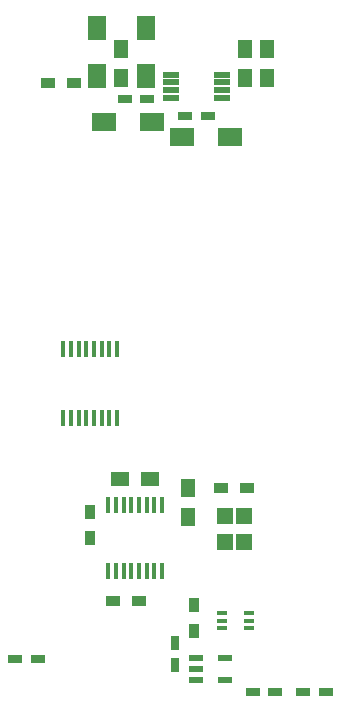
<source format=gtp>
G04 #@! TF.GenerationSoftware,KiCad,Pcbnew,(5.1.6-0-10_14)*
G04 #@! TF.CreationDate,2021-04-27T14:17:57+09:00*
G04 #@! TF.ProjectId,qPCR-panel_20210427,71504352-2d70-4616-9e65-6c5f32303231,rev?*
G04 #@! TF.SameCoordinates,Original*
G04 #@! TF.FileFunction,Paste,Top*
G04 #@! TF.FilePolarity,Positive*
%FSLAX46Y46*%
G04 Gerber Fmt 4.6, Leading zero omitted, Abs format (unit mm)*
G04 Created by KiCad (PCBNEW (5.1.6-0-10_14)) date 2021-04-27 14:17:57*
%MOMM*%
%LPD*%
G01*
G04 APERTURE LIST*
%ADD10R,1.250000X1.500000*%
%ADD11R,1.200000X0.750000*%
%ADD12R,2.000000X1.600000*%
%ADD13R,1.600000X2.000000*%
%ADD14R,1.200000X0.900000*%
%ADD15R,1.470000X0.480000*%
%ADD16R,0.355600X1.473200*%
%ADD17R,1.500000X1.250000*%
%ADD18R,0.750000X1.200000*%
%ADD19R,0.900000X1.200000*%
%ADD20R,1.270000X0.508000*%
%ADD21R,0.850001X0.399999*%
%ADD22R,1.400000X1.400000*%
G04 APERTURE END LIST*
D10*
X125300000Y-72750000D03*
X125300000Y-70250000D03*
X123400000Y-70250000D03*
X123400000Y-72750000D03*
D11*
X120250000Y-75900000D03*
X118350000Y-75900000D03*
D12*
X122100000Y-77700000D03*
X118100000Y-77700000D03*
D11*
X113250000Y-74500000D03*
X115150000Y-74500000D03*
D12*
X111500000Y-76400000D03*
X115500000Y-76400000D03*
D13*
X110900000Y-72500000D03*
X110900000Y-68500000D03*
D10*
X112900000Y-72750000D03*
X112900000Y-70250000D03*
D13*
X115000000Y-68500000D03*
X115000000Y-72500000D03*
D14*
X108900000Y-73100000D03*
X106700000Y-73100000D03*
D15*
X117150000Y-74375000D03*
X117150000Y-73725000D03*
X117150000Y-73075000D03*
X117150000Y-72425000D03*
X121450000Y-72425000D03*
X121450000Y-73075000D03*
X121450000Y-73725000D03*
X121450000Y-74375000D03*
D16*
X112574999Y-101481000D03*
X111924998Y-101481000D03*
X111274999Y-101481000D03*
X110624998Y-101481000D03*
X109974999Y-101481000D03*
X109325001Y-101481000D03*
X108674999Y-101481000D03*
X108025001Y-101481000D03*
X108025001Y-95639000D03*
X108675002Y-95639000D03*
X109325001Y-95639000D03*
X109975002Y-95639000D03*
X110625001Y-95639000D03*
X111274999Y-95639000D03*
X111925001Y-95639000D03*
X112574999Y-95639000D03*
D17*
X115350000Y-106660000D03*
X112850000Y-106660000D03*
D11*
X130250000Y-124660000D03*
X128350000Y-124660000D03*
X103950000Y-121860000D03*
X105850000Y-121860000D03*
X125950000Y-124660000D03*
X124050000Y-124660000D03*
D18*
X117500000Y-120510000D03*
X117500000Y-122410000D03*
D19*
X110300000Y-111660000D03*
X110300000Y-109460000D03*
D14*
X112200000Y-116960000D03*
X114400000Y-116960000D03*
X123600000Y-107460000D03*
X121400000Y-107460000D03*
D16*
X116374999Y-114479400D03*
X115724998Y-114479400D03*
X115074999Y-114479400D03*
X114424998Y-114479400D03*
X113774999Y-114479400D03*
X113125001Y-114479400D03*
X112474999Y-114479400D03*
X111825001Y-114479400D03*
X111825001Y-108840600D03*
X112475002Y-108840600D03*
X113125001Y-108840600D03*
X113775002Y-108840600D03*
X114425001Y-108840600D03*
X115074999Y-108840600D03*
X115725001Y-108840600D03*
X116374999Y-108840600D03*
D10*
X118600000Y-109910000D03*
X118600000Y-107410000D03*
D20*
X121719200Y-121809999D03*
X121719200Y-123710001D03*
X119280800Y-123710001D03*
X119280800Y-122760000D03*
X119280800Y-121809999D03*
D21*
X121475001Y-118009999D03*
X121475001Y-118660000D03*
X121475001Y-119309999D03*
X123725002Y-119309999D03*
X123725002Y-118660000D03*
X123725002Y-118009999D03*
D22*
X121700000Y-109760000D03*
X121700000Y-111960000D03*
X123300000Y-111960000D03*
X123300000Y-109760000D03*
D19*
X119100000Y-119560000D03*
X119100000Y-117360000D03*
M02*

</source>
